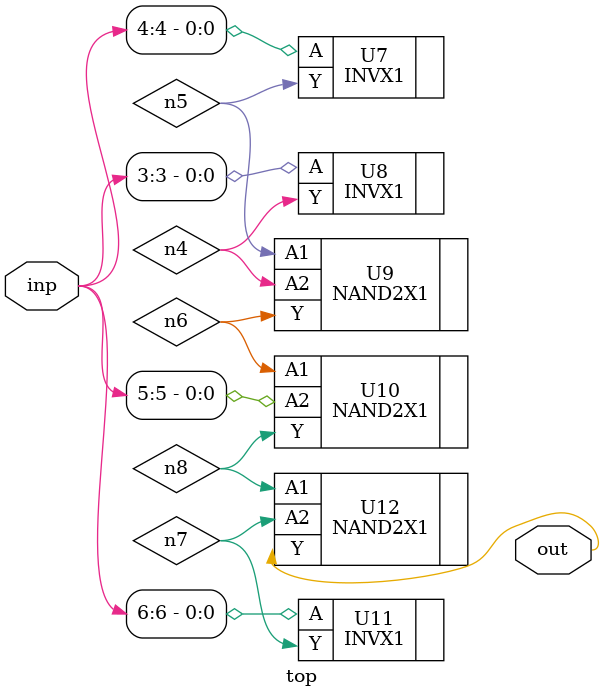
<source format=sv>


module top ( inp, out );
  input [6:0] inp;
  output out;
  wire   n4, n5, n6, n7, n8;

  INVX1 U7 ( .A(inp[4]), .Y(n5) );
  INVX1 U8 ( .A(inp[3]), .Y(n4) );
  NAND2X1 U9 ( .A1(n5), .A2(n4), .Y(n6) );
  NAND2X1 U10 ( .A1(n6), .A2(inp[5]), .Y(n8) );
  INVX1 U11 ( .A(inp[6]), .Y(n7) );
  NAND2X1 U12 ( .A1(n8), .A2(n7), .Y(out) );
endmodule


</source>
